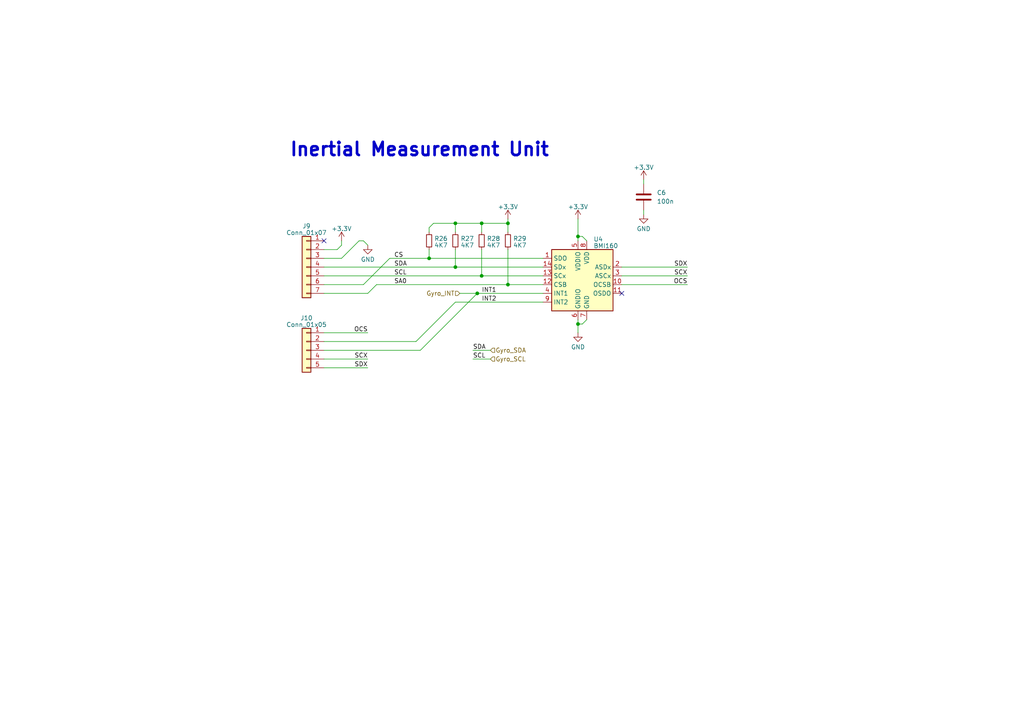
<source format=kicad_sch>
(kicad_sch (version 20230121) (generator eeschema)

  (uuid b16410e6-6140-4aa5-a737-9183b5b10903)

  (paper "A4")

  (lib_symbols
    (symbol "Connector_Generic:Conn_01x05" (pin_names (offset 1.016) hide) (in_bom yes) (on_board yes)
      (property "Reference" "J" (at 0 7.62 0)
        (effects (font (size 1.27 1.27)))
      )
      (property "Value" "Conn_01x05" (at 0 -7.62 0)
        (effects (font (size 1.27 1.27)))
      )
      (property "Footprint" "" (at 0 0 0)
        (effects (font (size 1.27 1.27)) hide)
      )
      (property "Datasheet" "~" (at 0 0 0)
        (effects (font (size 1.27 1.27)) hide)
      )
      (property "ki_keywords" "connector" (at 0 0 0)
        (effects (font (size 1.27 1.27)) hide)
      )
      (property "ki_description" "Generic connector, single row, 01x05, script generated (kicad-library-utils/schlib/autogen/connector/)" (at 0 0 0)
        (effects (font (size 1.27 1.27)) hide)
      )
      (property "ki_fp_filters" "Connector*:*_1x??_*" (at 0 0 0)
        (effects (font (size 1.27 1.27)) hide)
      )
      (symbol "Conn_01x05_1_1"
        (rectangle (start -1.27 -4.953) (end 0 -5.207)
          (stroke (width 0.1524) (type default))
          (fill (type none))
        )
        (rectangle (start -1.27 -2.413) (end 0 -2.667)
          (stroke (width 0.1524) (type default))
          (fill (type none))
        )
        (rectangle (start -1.27 0.127) (end 0 -0.127)
          (stroke (width 0.1524) (type default))
          (fill (type none))
        )
        (rectangle (start -1.27 2.667) (end 0 2.413)
          (stroke (width 0.1524) (type default))
          (fill (type none))
        )
        (rectangle (start -1.27 5.207) (end 0 4.953)
          (stroke (width 0.1524) (type default))
          (fill (type none))
        )
        (rectangle (start -1.27 6.35) (end 1.27 -6.35)
          (stroke (width 0.254) (type default))
          (fill (type background))
        )
        (pin passive line (at -5.08 5.08 0) (length 3.81)
          (name "Pin_1" (effects (font (size 1.27 1.27))))
          (number "1" (effects (font (size 1.27 1.27))))
        )
        (pin passive line (at -5.08 2.54 0) (length 3.81)
          (name "Pin_2" (effects (font (size 1.27 1.27))))
          (number "2" (effects (font (size 1.27 1.27))))
        )
        (pin passive line (at -5.08 0 0) (length 3.81)
          (name "Pin_3" (effects (font (size 1.27 1.27))))
          (number "3" (effects (font (size 1.27 1.27))))
        )
        (pin passive line (at -5.08 -2.54 0) (length 3.81)
          (name "Pin_4" (effects (font (size 1.27 1.27))))
          (number "4" (effects (font (size 1.27 1.27))))
        )
        (pin passive line (at -5.08 -5.08 0) (length 3.81)
          (name "Pin_5" (effects (font (size 1.27 1.27))))
          (number "5" (effects (font (size 1.27 1.27))))
        )
      )
    )
    (symbol "Connector_Generic:Conn_01x07" (pin_names (offset 1.016) hide) (in_bom yes) (on_board yes)
      (property "Reference" "J" (at 0 10.16 0)
        (effects (font (size 1.27 1.27)))
      )
      (property "Value" "Conn_01x07" (at 0 -10.16 0)
        (effects (font (size 1.27 1.27)))
      )
      (property "Footprint" "" (at 0 0 0)
        (effects (font (size 1.27 1.27)) hide)
      )
      (property "Datasheet" "~" (at 0 0 0)
        (effects (font (size 1.27 1.27)) hide)
      )
      (property "ki_keywords" "connector" (at 0 0 0)
        (effects (font (size 1.27 1.27)) hide)
      )
      (property "ki_description" "Generic connector, single row, 01x07, script generated (kicad-library-utils/schlib/autogen/connector/)" (at 0 0 0)
        (effects (font (size 1.27 1.27)) hide)
      )
      (property "ki_fp_filters" "Connector*:*_1x??_*" (at 0 0 0)
        (effects (font (size 1.27 1.27)) hide)
      )
      (symbol "Conn_01x07_1_1"
        (rectangle (start -1.27 -7.493) (end 0 -7.747)
          (stroke (width 0.1524) (type default))
          (fill (type none))
        )
        (rectangle (start -1.27 -4.953) (end 0 -5.207)
          (stroke (width 0.1524) (type default))
          (fill (type none))
        )
        (rectangle (start -1.27 -2.413) (end 0 -2.667)
          (stroke (width 0.1524) (type default))
          (fill (type none))
        )
        (rectangle (start -1.27 0.127) (end 0 -0.127)
          (stroke (width 0.1524) (type default))
          (fill (type none))
        )
        (rectangle (start -1.27 2.667) (end 0 2.413)
          (stroke (width 0.1524) (type default))
          (fill (type none))
        )
        (rectangle (start -1.27 5.207) (end 0 4.953)
          (stroke (width 0.1524) (type default))
          (fill (type none))
        )
        (rectangle (start -1.27 7.747) (end 0 7.493)
          (stroke (width 0.1524) (type default))
          (fill (type none))
        )
        (rectangle (start -1.27 8.89) (end 1.27 -8.89)
          (stroke (width 0.254) (type default))
          (fill (type background))
        )
        (pin passive line (at -5.08 7.62 0) (length 3.81)
          (name "Pin_1" (effects (font (size 1.27 1.27))))
          (number "1" (effects (font (size 1.27 1.27))))
        )
        (pin passive line (at -5.08 5.08 0) (length 3.81)
          (name "Pin_2" (effects (font (size 1.27 1.27))))
          (number "2" (effects (font (size 1.27 1.27))))
        )
        (pin passive line (at -5.08 2.54 0) (length 3.81)
          (name "Pin_3" (effects (font (size 1.27 1.27))))
          (number "3" (effects (font (size 1.27 1.27))))
        )
        (pin passive line (at -5.08 0 0) (length 3.81)
          (name "Pin_4" (effects (font (size 1.27 1.27))))
          (number "4" (effects (font (size 1.27 1.27))))
        )
        (pin passive line (at -5.08 -2.54 0) (length 3.81)
          (name "Pin_5" (effects (font (size 1.27 1.27))))
          (number "5" (effects (font (size 1.27 1.27))))
        )
        (pin passive line (at -5.08 -5.08 0) (length 3.81)
          (name "Pin_6" (effects (font (size 1.27 1.27))))
          (number "6" (effects (font (size 1.27 1.27))))
        )
        (pin passive line (at -5.08 -7.62 0) (length 3.81)
          (name "Pin_7" (effects (font (size 1.27 1.27))))
          (number "7" (effects (font (size 1.27 1.27))))
        )
      )
    )
    (symbol "Device:C" (pin_numbers hide) (pin_names (offset 0.254)) (in_bom yes) (on_board yes)
      (property "Reference" "C" (at 0.635 2.54 0)
        (effects (font (size 1.27 1.27)) (justify left))
      )
      (property "Value" "C" (at 0.635 -2.54 0)
        (effects (font (size 1.27 1.27)) (justify left))
      )
      (property "Footprint" "" (at 0.9652 -3.81 0)
        (effects (font (size 1.27 1.27)) hide)
      )
      (property "Datasheet" "~" (at 0 0 0)
        (effects (font (size 1.27 1.27)) hide)
      )
      (property "ki_keywords" "cap capacitor" (at 0 0 0)
        (effects (font (size 1.27 1.27)) hide)
      )
      (property "ki_description" "Unpolarized capacitor" (at 0 0 0)
        (effects (font (size 1.27 1.27)) hide)
      )
      (property "ki_fp_filters" "C_*" (at 0 0 0)
        (effects (font (size 1.27 1.27)) hide)
      )
      (symbol "C_0_1"
        (polyline
          (pts
            (xy -2.032 -0.762)
            (xy 2.032 -0.762)
          )
          (stroke (width 0.508) (type default))
          (fill (type none))
        )
        (polyline
          (pts
            (xy -2.032 0.762)
            (xy 2.032 0.762)
          )
          (stroke (width 0.508) (type default))
          (fill (type none))
        )
      )
      (symbol "C_1_1"
        (pin passive line (at 0 3.81 270) (length 2.794)
          (name "~" (effects (font (size 1.27 1.27))))
          (number "1" (effects (font (size 1.27 1.27))))
        )
        (pin passive line (at 0 -3.81 90) (length 2.794)
          (name "~" (effects (font (size 1.27 1.27))))
          (number "2" (effects (font (size 1.27 1.27))))
        )
      )
    )
    (symbol "Device:R_Small" (pin_numbers hide) (pin_names (offset 0.254) hide) (in_bom yes) (on_board yes)
      (property "Reference" "R" (at 0.762 0.508 0)
        (effects (font (size 1.27 1.27)) (justify left))
      )
      (property "Value" "R_Small" (at 0.762 -1.016 0)
        (effects (font (size 1.27 1.27)) (justify left))
      )
      (property "Footprint" "" (at 0 0 0)
        (effects (font (size 1.27 1.27)) hide)
      )
      (property "Datasheet" "~" (at 0 0 0)
        (effects (font (size 1.27 1.27)) hide)
      )
      (property "ki_keywords" "R resistor" (at 0 0 0)
        (effects (font (size 1.27 1.27)) hide)
      )
      (property "ki_description" "Resistor, small symbol" (at 0 0 0)
        (effects (font (size 1.27 1.27)) hide)
      )
      (property "ki_fp_filters" "R_*" (at 0 0 0)
        (effects (font (size 1.27 1.27)) hide)
      )
      (symbol "R_Small_0_1"
        (rectangle (start -0.762 1.778) (end 0.762 -1.778)
          (stroke (width 0.2032) (type default))
          (fill (type none))
        )
      )
      (symbol "R_Small_1_1"
        (pin passive line (at 0 2.54 270) (length 0.762)
          (name "~" (effects (font (size 1.27 1.27))))
          (number "1" (effects (font (size 1.27 1.27))))
        )
        (pin passive line (at 0 -2.54 90) (length 0.762)
          (name "~" (effects (font (size 1.27 1.27))))
          (number "2" (effects (font (size 1.27 1.27))))
        )
      )
    )
    (symbol "Sensor_Motion:BMI160" (in_bom yes) (on_board yes)
      (property "Reference" "U" (at -10.16 8.89 0)
        (effects (font (size 1.27 1.27)) (justify left))
      )
      (property "Value" "BMI160" (at 7.62 8.89 0)
        (effects (font (size 1.27 1.27)) (justify right))
      )
      (property "Footprint" "Package_LGA:Bosch_LGA-14_3x2.5mm_P0.5mm" (at 0 0 0)
        (effects (font (size 1.27 1.27)) hide)
      )
      (property "Datasheet" "https://www.bosch-sensortec.com/media/boschsensortec/downloads/datasheets/bst-bmi160-ds000.pdf" (at -17.78 21.59 0)
        (effects (font (size 1.27 1.27)) hide)
      )
      (property "ki_keywords" "Bosh IMU small low power inertial measurement unit" (at 0 0 0)
        (effects (font (size 1.27 1.27)) hide)
      )
      (property "ki_description" "Small, low power inertial measurement unit, LGA-14" (at 0 0 0)
        (effects (font (size 1.27 1.27)) hide)
      )
      (property "ki_fp_filters" "Bosch*LGA*3x2.5mm*P0.5mm*" (at 0 0 0)
        (effects (font (size 1.27 1.27)) hide)
      )
      (symbol "BMI160_1_1"
        (rectangle (start -10.16 7.62) (end 7.62 -10.16)
          (stroke (width 0.254) (type default))
          (fill (type background))
        )
        (pin bidirectional line (at -12.7 5.08 0) (length 2.54)
          (name "SDO" (effects (font (size 1.27 1.27))))
          (number "1" (effects (font (size 1.27 1.27))))
        )
        (pin bidirectional line (at 10.16 -2.54 180) (length 2.54)
          (name "OCSB" (effects (font (size 1.27 1.27))))
          (number "10" (effects (font (size 1.27 1.27))))
        )
        (pin bidirectional line (at 10.16 -5.08 180) (length 2.54)
          (name "OSDO" (effects (font (size 1.27 1.27))))
          (number "11" (effects (font (size 1.27 1.27))))
        )
        (pin input line (at -12.7 -2.54 0) (length 2.54)
          (name "CSB" (effects (font (size 1.27 1.27))))
          (number "12" (effects (font (size 1.27 1.27))))
        )
        (pin input line (at -12.7 0 0) (length 2.54)
          (name "SCx" (effects (font (size 1.27 1.27))))
          (number "13" (effects (font (size 1.27 1.27))))
        )
        (pin bidirectional line (at -12.7 2.54 0) (length 2.54)
          (name "SDx" (effects (font (size 1.27 1.27))))
          (number "14" (effects (font (size 1.27 1.27))))
        )
        (pin bidirectional line (at 10.16 2.54 180) (length 2.54)
          (name "ASDx" (effects (font (size 1.27 1.27))))
          (number "2" (effects (font (size 1.27 1.27))))
        )
        (pin output line (at 10.16 0 180) (length 2.54)
          (name "ASCx" (effects (font (size 1.27 1.27))))
          (number "3" (effects (font (size 1.27 1.27))))
        )
        (pin bidirectional line (at -12.7 -5.08 0) (length 2.54)
          (name "INT1" (effects (font (size 1.27 1.27))))
          (number "4" (effects (font (size 1.27 1.27))))
        )
        (pin power_in line (at -2.54 10.16 270) (length 2.54)
          (name "VDDIO" (effects (font (size 1.27 1.27))))
          (number "5" (effects (font (size 1.27 1.27))))
        )
        (pin power_in line (at -2.54 -12.7 90) (length 2.54)
          (name "GNDIO" (effects (font (size 1.27 1.27))))
          (number "6" (effects (font (size 1.27 1.27))))
        )
        (pin power_in line (at 0 -12.7 90) (length 2.54)
          (name "GND" (effects (font (size 1.27 1.27))))
          (number "7" (effects (font (size 1.27 1.27))))
        )
        (pin power_in line (at 0 10.16 270) (length 2.54)
          (name "VDD" (effects (font (size 1.27 1.27))))
          (number "8" (effects (font (size 1.27 1.27))))
        )
        (pin bidirectional line (at -12.7 -7.62 0) (length 2.54)
          (name "INT2" (effects (font (size 1.27 1.27))))
          (number "9" (effects (font (size 1.27 1.27))))
        )
      )
    )
    (symbol "power:+3.3V" (power) (pin_names (offset 0)) (in_bom yes) (on_board yes)
      (property "Reference" "#PWR" (at 0 -3.81 0)
        (effects (font (size 1.27 1.27)) hide)
      )
      (property "Value" "+3.3V" (at 0 3.556 0)
        (effects (font (size 1.27 1.27)))
      )
      (property "Footprint" "" (at 0 0 0)
        (effects (font (size 1.27 1.27)) hide)
      )
      (property "Datasheet" "" (at 0 0 0)
        (effects (font (size 1.27 1.27)) hide)
      )
      (property "ki_keywords" "global power" (at 0 0 0)
        (effects (font (size 1.27 1.27)) hide)
      )
      (property "ki_description" "Power symbol creates a global label with name \"+3.3V\"" (at 0 0 0)
        (effects (font (size 1.27 1.27)) hide)
      )
      (symbol "+3.3V_0_1"
        (polyline
          (pts
            (xy -0.762 1.27)
            (xy 0 2.54)
          )
          (stroke (width 0) (type default))
          (fill (type none))
        )
        (polyline
          (pts
            (xy 0 0)
            (xy 0 2.54)
          )
          (stroke (width 0) (type default))
          (fill (type none))
        )
        (polyline
          (pts
            (xy 0 2.54)
            (xy 0.762 1.27)
          )
          (stroke (width 0) (type default))
          (fill (type none))
        )
      )
      (symbol "+3.3V_1_1"
        (pin power_in line (at 0 0 90) (length 0) hide
          (name "+3.3V" (effects (font (size 1.27 1.27))))
          (number "1" (effects (font (size 1.27 1.27))))
        )
      )
    )
    (symbol "power:GND" (power) (pin_names (offset 0)) (in_bom yes) (on_board yes)
      (property "Reference" "#PWR" (at 0 -6.35 0)
        (effects (font (size 1.27 1.27)) hide)
      )
      (property "Value" "GND" (at 0 -3.81 0)
        (effects (font (size 1.27 1.27)))
      )
      (property "Footprint" "" (at 0 0 0)
        (effects (font (size 1.27 1.27)) hide)
      )
      (property "Datasheet" "" (at 0 0 0)
        (effects (font (size 1.27 1.27)) hide)
      )
      (property "ki_keywords" "global power" (at 0 0 0)
        (effects (font (size 1.27 1.27)) hide)
      )
      (property "ki_description" "Power symbol creates a global label with name \"GND\" , ground" (at 0 0 0)
        (effects (font (size 1.27 1.27)) hide)
      )
      (symbol "GND_0_1"
        (polyline
          (pts
            (xy 0 0)
            (xy 0 -1.27)
            (xy 1.27 -1.27)
            (xy 0 -2.54)
            (xy -1.27 -1.27)
            (xy 0 -1.27)
          )
          (stroke (width 0) (type default))
          (fill (type none))
        )
      )
      (symbol "GND_1_1"
        (pin power_in line (at 0 0 270) (length 0) hide
          (name "GND" (effects (font (size 1.27 1.27))))
          (number "1" (effects (font (size 1.27 1.27))))
        )
      )
    )
  )

  (junction (at 124.46 74.93) (diameter 0) (color 0 0 0 0)
    (uuid 2650b00e-98f9-4bd9-ac6a-5f55bbf9b1aa)
  )
  (junction (at 139.7 64.77) (diameter 0) (color 0 0 0 0)
    (uuid 3555e66c-97e4-4662-9592-cd7ba5d3ef8c)
  )
  (junction (at 167.64 93.98) (diameter 0) (color 0 0 0 0)
    (uuid 415ac9d7-2bb1-4c01-9b0b-bc610ae4a988)
  )
  (junction (at 138.43 85.09) (diameter 0) (color 0 0 0 0)
    (uuid 45d78586-c0d1-4f6b-a320-41a0f4765a3e)
  )
  (junction (at 167.64 68.58) (diameter 0) (color 0 0 0 0)
    (uuid 53534d7c-0b25-4b51-b933-a717af678673)
  )
  (junction (at 132.08 64.77) (diameter 0) (color 0 0 0 0)
    (uuid 69d34e1a-6a6d-409e-afe5-71c21ca8578c)
  )
  (junction (at 139.7 80.01) (diameter 0) (color 0 0 0 0)
    (uuid 80384f20-47e9-44b2-9e6d-52be631c2691)
  )
  (junction (at 132.08 77.47) (diameter 0) (color 0 0 0 0)
    (uuid 80a9b743-cdd7-4f4d-ace0-f14aa4e2c72f)
  )
  (junction (at 147.32 64.77) (diameter 0) (color 0 0 0 0)
    (uuid 90a4de20-24ed-473a-a85e-f1e077fe20ea)
  )
  (junction (at 147.32 82.55) (diameter 0) (color 0 0 0 0)
    (uuid c4d1619b-2e22-48c0-bea8-88b388b7802b)
  )

  (no_connect (at 93.98 69.85) (uuid ab91608b-b088-4b21-9f73-7bb965a43139))
  (no_connect (at 180.34 85.09) (uuid df98a4b6-01f4-4db7-a308-2bd9f0edc9b2))

  (wire (pts (xy 132.08 72.39) (xy 132.08 77.47))
    (stroke (width 0) (type default))
    (uuid 01c54d08-037c-440e-9f6c-304687f64e50)
  )
  (wire (pts (xy 93.98 82.55) (xy 105.41 82.55))
    (stroke (width 0) (type default))
    (uuid 04052bce-b841-46df-b603-08fa1794ace0)
  )
  (wire (pts (xy 124.46 66.04) (xy 125.73 64.77))
    (stroke (width 0) (type default))
    (uuid 0617b503-259a-4aea-a623-62c9ca9bf01c)
  )
  (wire (pts (xy 137.16 101.6) (xy 142.24 101.6))
    (stroke (width 0) (type default))
    (uuid 090a6d94-fbfa-4abc-9f09-c8076cd6a1eb)
  )
  (wire (pts (xy 170.18 92.71) (xy 168.91 93.98))
    (stroke (width 0) (type default))
    (uuid 09bff836-39fd-4f93-8f16-712ae78d3291)
  )
  (wire (pts (xy 93.98 101.6) (xy 121.92 101.6))
    (stroke (width 0) (type default))
    (uuid 0b6cefa7-2594-4bd7-8675-77ac148fb49e)
  )
  (wire (pts (xy 93.98 104.14) (xy 106.68 104.14))
    (stroke (width 0) (type default))
    (uuid 0c4c3686-669f-479d-9189-ad1e395aab2e)
  )
  (wire (pts (xy 139.7 64.77) (xy 139.7 67.31))
    (stroke (width 0) (type default))
    (uuid 0f8c50f1-5065-411e-b871-c3c542e99ec3)
  )
  (wire (pts (xy 167.64 68.58) (xy 168.91 68.58))
    (stroke (width 0) (type default))
    (uuid 276f7442-4675-45a0-97d9-4f870f95ed0d)
  )
  (wire (pts (xy 132.08 77.47) (xy 157.48 77.47))
    (stroke (width 0) (type default))
    (uuid 33ca9797-28f1-446f-b8ee-b9f54699d2f6)
  )
  (wire (pts (xy 125.73 64.77) (xy 132.08 64.77))
    (stroke (width 0) (type default))
    (uuid 3440e8ed-f7c5-4cac-8861-d3b93a659270)
  )
  (wire (pts (xy 180.34 80.01) (xy 199.39 80.01))
    (stroke (width 0) (type default))
    (uuid 3acdc2d6-23c9-44a6-80f6-5ac5bc17e511)
  )
  (wire (pts (xy 167.64 92.71) (xy 167.64 93.98))
    (stroke (width 0) (type default))
    (uuid 3beb33bb-b9fa-4f61-a6de-8c7bad1f22e2)
  )
  (wire (pts (xy 132.08 87.63) (xy 120.65 99.06))
    (stroke (width 0) (type default))
    (uuid 3c1677f1-a77a-43ac-9cef-e998c863b818)
  )
  (wire (pts (xy 113.03 74.93) (xy 105.41 82.55))
    (stroke (width 0) (type default))
    (uuid 413d176c-d468-4855-9253-c8f387b67947)
  )
  (wire (pts (xy 137.16 104.14) (xy 142.24 104.14))
    (stroke (width 0) (type default))
    (uuid 429f0379-6a67-40cf-8e9f-32d0dfdb4686)
  )
  (wire (pts (xy 138.43 85.09) (xy 157.48 85.09))
    (stroke (width 0) (type default))
    (uuid 4d65d5e8-4536-4293-a39f-2b0e9d9d0f01)
  )
  (wire (pts (xy 124.46 74.93) (xy 157.48 74.93))
    (stroke (width 0) (type default))
    (uuid 5146b167-7ed1-4352-8cd0-db5bcb511f66)
  )
  (wire (pts (xy 106.68 71.12) (xy 105.41 69.85))
    (stroke (width 0) (type default))
    (uuid 58435cfc-147e-4db3-a510-635fd1104fa5)
  )
  (wire (pts (xy 132.08 87.63) (xy 157.48 87.63))
    (stroke (width 0) (type default))
    (uuid 5e94959a-2d25-43c7-8fe9-e2c2c6704a28)
  )
  (wire (pts (xy 167.64 63.5) (xy 167.64 68.58))
    (stroke (width 0) (type default))
    (uuid 661605bc-bbe7-4e06-af5e-464dc3ceeb5d)
  )
  (wire (pts (xy 186.69 60.96) (xy 186.69 62.23))
    (stroke (width 0) (type default))
    (uuid 6a243c42-7f79-43d3-99f9-959478d666f9)
  )
  (wire (pts (xy 104.14 69.85) (xy 99.06 74.93))
    (stroke (width 0) (type default))
    (uuid 6cd1e76a-3b5f-4a2d-ae57-14b56c6555e2)
  )
  (wire (pts (xy 180.34 82.55) (xy 199.39 82.55))
    (stroke (width 0) (type default))
    (uuid 70e92314-c491-42aa-a881-e3091faf536f)
  )
  (wire (pts (xy 99.06 69.85) (xy 99.06 71.12))
    (stroke (width 0) (type default))
    (uuid 71cac391-6687-4dd0-aa56-47e981c0dec8)
  )
  (wire (pts (xy 167.64 93.98) (xy 167.64 96.52))
    (stroke (width 0) (type default))
    (uuid 7276fbd0-d713-43e2-9393-b30b3f553ba7)
  )
  (wire (pts (xy 167.64 93.98) (xy 168.91 93.98))
    (stroke (width 0) (type default))
    (uuid 727eca81-f9d4-429d-9d74-502874e9fd85)
  )
  (wire (pts (xy 133.35 85.09) (xy 138.43 85.09))
    (stroke (width 0) (type default))
    (uuid 7fad3c69-9cd3-4671-a721-f956f4e836b9)
  )
  (wire (pts (xy 113.03 74.93) (xy 124.46 74.93))
    (stroke (width 0) (type default))
    (uuid 83351454-32b3-4b1f-8b2e-78fe05236627)
  )
  (wire (pts (xy 147.32 63.5) (xy 147.32 64.77))
    (stroke (width 0) (type default))
    (uuid 924978e4-a222-432d-ad03-d59b8f112c93)
  )
  (wire (pts (xy 167.64 68.58) (xy 167.64 69.85))
    (stroke (width 0) (type default))
    (uuid 9601e750-fd11-414c-b940-5583a2a499ab)
  )
  (wire (pts (xy 93.98 85.09) (xy 106.68 85.09))
    (stroke (width 0) (type default))
    (uuid 9b7a3233-a5a2-4a8f-b27b-689915bb5911)
  )
  (wire (pts (xy 124.46 67.31) (xy 124.46 66.04))
    (stroke (width 0) (type default))
    (uuid 9c9578c4-8489-47f0-9986-f4bb0684f2e1)
  )
  (wire (pts (xy 139.7 64.77) (xy 147.32 64.77))
    (stroke (width 0) (type default))
    (uuid a53eed90-a3f9-4043-8e1d-b1a1f451a7f7)
  )
  (wire (pts (xy 93.98 72.39) (xy 97.79 72.39))
    (stroke (width 0) (type default))
    (uuid a76055c2-3db9-4693-b23a-04296d23fee8)
  )
  (wire (pts (xy 147.32 82.55) (xy 157.48 82.55))
    (stroke (width 0) (type default))
    (uuid a938f037-2796-400c-afa5-eec4773a58be)
  )
  (wire (pts (xy 124.46 72.39) (xy 124.46 74.93))
    (stroke (width 0) (type default))
    (uuid b2070d20-9360-481f-a49a-0ee97af5d815)
  )
  (wire (pts (xy 93.98 96.52) (xy 106.68 96.52))
    (stroke (width 0) (type default))
    (uuid b4e33011-b05f-442e-8e36-a73337ff7ced)
  )
  (wire (pts (xy 93.98 77.47) (xy 132.08 77.47))
    (stroke (width 0) (type default))
    (uuid bbca968f-a6cb-4378-a8eb-0c7d39a194f0)
  )
  (wire (pts (xy 93.98 80.01) (xy 139.7 80.01))
    (stroke (width 0) (type default))
    (uuid c1ef3f0a-2d88-474d-9af5-e7adb95a05cc)
  )
  (wire (pts (xy 121.92 101.6) (xy 138.43 85.09))
    (stroke (width 0) (type default))
    (uuid c223cbf3-5232-45a4-8b58-eb979e634122)
  )
  (wire (pts (xy 147.32 64.77) (xy 147.32 67.31))
    (stroke (width 0) (type default))
    (uuid c396c5c8-622f-414b-9bb5-84940459c8ae)
  )
  (wire (pts (xy 93.98 99.06) (xy 120.65 99.06))
    (stroke (width 0) (type default))
    (uuid c907055c-c12d-42d7-a5b9-47a51621c784)
  )
  (wire (pts (xy 168.91 68.58) (xy 170.18 69.85))
    (stroke (width 0) (type default))
    (uuid d0b0df92-55a2-4b94-9864-97ee76ae1044)
  )
  (wire (pts (xy 93.98 106.68) (xy 106.68 106.68))
    (stroke (width 0) (type default))
    (uuid d9d32854-241b-468e-a6ad-1125aa6f69fd)
  )
  (wire (pts (xy 139.7 80.01) (xy 157.48 80.01))
    (stroke (width 0) (type default))
    (uuid de3c3eb2-b4e2-47a0-89f5-c1f7e025c472)
  )
  (wire (pts (xy 99.06 71.12) (xy 97.79 72.39))
    (stroke (width 0) (type default))
    (uuid e23cde11-aa72-4ccb-9225-65581b3a97e0)
  )
  (wire (pts (xy 132.08 64.77) (xy 139.7 64.77))
    (stroke (width 0) (type default))
    (uuid e3e95ef0-8507-4145-9c14-f48666c4614d)
  )
  (wire (pts (xy 93.98 74.93) (xy 99.06 74.93))
    (stroke (width 0) (type default))
    (uuid e81d1886-0720-4222-ac03-35d56644bbff)
  )
  (wire (pts (xy 109.22 82.55) (xy 147.32 82.55))
    (stroke (width 0) (type default))
    (uuid ead2e5a5-f39c-436b-855f-2b2c8d27ba62)
  )
  (wire (pts (xy 104.14 69.85) (xy 105.41 69.85))
    (stroke (width 0) (type default))
    (uuid f11ef1c4-863a-4d27-a5ad-40f1bffccdba)
  )
  (wire (pts (xy 180.34 77.47) (xy 199.39 77.47))
    (stroke (width 0) (type default))
    (uuid f4c2b1b3-b487-4389-ba0c-8483a93ff101)
  )
  (wire (pts (xy 186.69 52.07) (xy 186.69 53.34))
    (stroke (width 0) (type default))
    (uuid f4f9ffce-4d0b-40c6-9809-a69785119a2f)
  )
  (wire (pts (xy 147.32 72.39) (xy 147.32 82.55))
    (stroke (width 0) (type default))
    (uuid f655a210-85bb-4a09-a2b5-e4b4de195bfa)
  )
  (wire (pts (xy 109.22 82.55) (xy 106.68 85.09))
    (stroke (width 0) (type default))
    (uuid f6652445-2eb1-4ba5-86e5-d2d3f2c5c0ca)
  )
  (wire (pts (xy 139.7 72.39) (xy 139.7 80.01))
    (stroke (width 0) (type default))
    (uuid f85da21d-9e06-4810-ba22-b9fce965d9bb)
  )
  (wire (pts (xy 132.08 64.77) (xy 132.08 67.31))
    (stroke (width 0) (type default))
    (uuid f91661f1-286c-40e2-b24e-88f8db1077d8)
  )

  (text "Inertial Measurement Unit" (at 83.82 45.72 0)
    (effects (font (size 3.81 3.81) (thickness 0.762) bold) (justify left bottom))
    (uuid a0baa6e3-7eb5-4426-9c68-f2e61529845e)
  )

  (label "OCS" (at 199.39 82.55 180) (fields_autoplaced)
    (effects (font (size 1.27 1.27)) (justify right bottom))
    (uuid 0693a9ff-2949-4c04-a2d9-3fcee2dcc49a)
  )
  (label "SDA" (at 114.3 77.47 0) (fields_autoplaced)
    (effects (font (size 1.27 1.27)) (justify left bottom))
    (uuid 09b94b1f-aa2b-431b-9628-556f0a20eec8)
  )
  (label "SDX" (at 106.68 106.68 180) (fields_autoplaced)
    (effects (font (size 1.27 1.27)) (justify right bottom))
    (uuid 2c4b7788-1d2c-4a1a-8753-83310dc6166b)
  )
  (label "SDX" (at 199.39 77.47 180) (fields_autoplaced)
    (effects (font (size 1.27 1.27)) (justify right bottom))
    (uuid 32b9f364-6c17-413e-b353-629225c2643a)
  )
  (label "SCX" (at 199.39 80.01 180) (fields_autoplaced)
    (effects (font (size 1.27 1.27)) (justify right bottom))
    (uuid 4ad97709-a4b8-47c2-833d-fa6b1ce18ebc)
  )
  (label "INT1" (at 139.7 85.09 0) (fields_autoplaced)
    (effects (font (size 1.27 1.27)) (justify left bottom))
    (uuid 4f4d5852-b9ad-46aa-bc2d-4930f0581e3b)
  )
  (label "SCL" (at 114.3 80.01 0) (fields_autoplaced)
    (effects (font (size 1.27 1.27)) (justify left bottom))
    (uuid 5d7dc613-34a5-4e71-85fc-d2cf1c8cc63c)
  )
  (label "SA0" (at 114.3 82.55 0) (fields_autoplaced)
    (effects (font (size 1.27 1.27)) (justify left bottom))
    (uuid 6e002b60-90ed-484e-b3c5-9baea643c574)
  )
  (label "SCX" (at 106.68 104.14 180) (fields_autoplaced)
    (effects (font (size 1.27 1.27)) (justify right bottom))
    (uuid 7a061dcc-cdf8-4498-9553-54cbc1fec738)
  )
  (label "OCS" (at 106.68 96.52 180) (fields_autoplaced)
    (effects (font (size 1.27 1.27)) (justify right bottom))
    (uuid 8910cb8d-c940-4f02-8c46-f720d00727ad)
  )
  (label "CS" (at 114.3 74.93 0) (fields_autoplaced)
    (effects (font (size 1.27 1.27)) (justify left bottom))
    (uuid 909bce52-060a-4b32-af42-90a66cbd2615)
  )
  (label "SCL" (at 137.16 104.14 0) (fields_autoplaced)
    (effects (font (size 1.27 1.27)) (justify left bottom))
    (uuid 9b8ef5bd-5542-4757-9539-8e72ee83f22e)
  )
  (label "SDA" (at 137.16 101.6 0) (fields_autoplaced)
    (effects (font (size 1.27 1.27)) (justify left bottom))
    (uuid c06d3f00-cc16-4f33-acd8-e381fd3efb87)
  )
  (label "INT2" (at 139.7 87.63 0) (fields_autoplaced)
    (effects (font (size 1.27 1.27)) (justify left bottom))
    (uuid d334a5f9-8dfa-4a2d-b1dd-c550e7cdb9d0)
  )

  (hierarchical_label "Gyro_SCL" (shape input) (at 142.24 104.14 0) (fields_autoplaced)
    (effects (font (size 1.27 1.27)) (justify left))
    (uuid 327a1ce7-2453-4215-951e-fb595f72e261)
  )
  (hierarchical_label "Gyro_INT" (shape input) (at 133.35 85.09 180) (fields_autoplaced)
    (effects (font (size 1.27 1.27)) (justify right))
    (uuid 8316f6c6-469d-4796-9195-694801d4e9ee)
  )
  (hierarchical_label "Gyro_SDA" (shape input) (at 142.24 101.6 0) (fields_autoplaced)
    (effects (font (size 1.27 1.27)) (justify left))
    (uuid 9b14891a-41ac-4fca-ab1b-61b9b61ab639)
  )

  (symbol (lib_id "power:GND") (at 167.64 96.52 0) (unit 1)
    (in_bom yes) (on_board yes) (dnp no) (fields_autoplaced)
    (uuid 1aafc1df-1e30-4f42-b2db-a2ba5cda6f36)
    (property "Reference" "#PWR066" (at 167.64 102.87 0)
      (effects (font (size 1.27 1.27)) hide)
    )
    (property "Value" "GND" (at 167.64 100.6555 0)
      (effects (font (size 1.27 1.27)))
    )
    (property "Footprint" "" (at 167.64 96.52 0)
      (effects (font (size 1.27 1.27)) hide)
    )
    (property "Datasheet" "" (at 167.64 96.52 0)
      (effects (font (size 1.27 1.27)) hide)
    )
    (pin "1" (uuid 90464fd9-9d08-47f3-8815-fccb61289e8c))
    (instances
      (project "STM32 Talnet console"
        (path "/9ebe471c-c3c5-4ed7-9df0-e7754bfdcb98/3fb57a3d-26ae-4bae-bbda-3567a42f99e3"
          (reference "#PWR066") (unit 1)
        )
      )
    )
  )

  (symbol (lib_id "power:+3.3V") (at 186.69 52.07 0) (unit 1)
    (in_bom yes) (on_board yes) (dnp no) (fields_autoplaced)
    (uuid 264e74f8-62d8-4acc-86e5-3fff49333477)
    (property "Reference" "#PWR067" (at 186.69 55.88 0)
      (effects (font (size 1.27 1.27)) hide)
    )
    (property "Value" "+3.3V" (at 186.69 48.5681 0)
      (effects (font (size 1.27 1.27)))
    )
    (property "Footprint" "" (at 186.69 52.07 0)
      (effects (font (size 1.27 1.27)) hide)
    )
    (property "Datasheet" "" (at 186.69 52.07 0)
      (effects (font (size 1.27 1.27)) hide)
    )
    (pin "1" (uuid f0b2e45a-ee11-4b3a-b237-b51a9180fba0))
    (instances
      (project "STM32 Talnet console"
        (path "/9ebe471c-c3c5-4ed7-9df0-e7754bfdcb98/3fb57a3d-26ae-4bae-bbda-3567a42f99e3"
          (reference "#PWR067") (unit 1)
        )
      )
    )
  )

  (symbol (lib_id "power:+3.3V") (at 167.64 63.5 0) (unit 1)
    (in_bom yes) (on_board yes) (dnp no) (fields_autoplaced)
    (uuid 2bded307-671c-4d2f-b5fa-ba77087de832)
    (property "Reference" "#PWR065" (at 167.64 67.31 0)
      (effects (font (size 1.27 1.27)) hide)
    )
    (property "Value" "+3.3V" (at 167.64 59.9981 0)
      (effects (font (size 1.27 1.27)))
    )
    (property "Footprint" "" (at 167.64 63.5 0)
      (effects (font (size 1.27 1.27)) hide)
    )
    (property "Datasheet" "" (at 167.64 63.5 0)
      (effects (font (size 1.27 1.27)) hide)
    )
    (pin "1" (uuid ab41ef5c-49e9-4171-9f72-1901929d5e65))
    (instances
      (project "STM32 Talnet console"
        (path "/9ebe471c-c3c5-4ed7-9df0-e7754bfdcb98/3fb57a3d-26ae-4bae-bbda-3567a42f99e3"
          (reference "#PWR065") (unit 1)
        )
      )
    )
  )

  (symbol (lib_id "power:+3.3V") (at 99.06 69.85 0) (unit 1)
    (in_bom yes) (on_board yes) (dnp no) (fields_autoplaced)
    (uuid 3c7c8072-1b56-4375-8b79-180aea24ee9f)
    (property "Reference" "#PWR062" (at 99.06 73.66 0)
      (effects (font (size 1.27 1.27)) hide)
    )
    (property "Value" "+3.3V" (at 99.06 66.3481 0)
      (effects (font (size 1.27 1.27)))
    )
    (property "Footprint" "" (at 99.06 69.85 0)
      (effects (font (size 1.27 1.27)) hide)
    )
    (property "Datasheet" "" (at 99.06 69.85 0)
      (effects (font (size 1.27 1.27)) hide)
    )
    (pin "1" (uuid 34b5a631-433e-4b6c-8e05-d84892a21731))
    (instances
      (project "STM32 Talnet console"
        (path "/9ebe471c-c3c5-4ed7-9df0-e7754bfdcb98/3fb57a3d-26ae-4bae-bbda-3567a42f99e3"
          (reference "#PWR062") (unit 1)
        )
      )
    )
  )

  (symbol (lib_id "power:GND") (at 106.68 71.12 0) (unit 1)
    (in_bom yes) (on_board yes) (dnp no) (fields_autoplaced)
    (uuid 6550b855-5963-4aac-8172-52840592c82a)
    (property "Reference" "#PWR063" (at 106.68 77.47 0)
      (effects (font (size 1.27 1.27)) hide)
    )
    (property "Value" "GND" (at 106.68 75.2555 0)
      (effects (font (size 1.27 1.27)))
    )
    (property "Footprint" "" (at 106.68 71.12 0)
      (effects (font (size 1.27 1.27)) hide)
    )
    (property "Datasheet" "" (at 106.68 71.12 0)
      (effects (font (size 1.27 1.27)) hide)
    )
    (pin "1" (uuid 9916dd2c-66e5-4e88-b7d0-a902f1bfa2f8))
    (instances
      (project "STM32 Talnet console"
        (path "/9ebe471c-c3c5-4ed7-9df0-e7754bfdcb98/3fb57a3d-26ae-4bae-bbda-3567a42f99e3"
          (reference "#PWR063") (unit 1)
        )
      )
    )
  )

  (symbol (lib_id "Device:R_Small") (at 139.7 69.85 0) (unit 1)
    (in_bom yes) (on_board yes) (dnp no) (fields_autoplaced)
    (uuid 7fdf168a-d70d-4617-a16b-1cefe838d4b6)
    (property "Reference" "R28" (at 141.1986 69.2063 0)
      (effects (font (size 1.27 1.27)) (justify left))
    )
    (property "Value" "4K7" (at 141.1986 71.1273 0)
      (effects (font (size 1.27 1.27)) (justify left))
    )
    (property "Footprint" "Resistor_SMD:R_0805_2012Metric_Pad1.20x1.40mm_HandSolder" (at 139.7 69.85 0)
      (effects (font (size 1.27 1.27)) hide)
    )
    (property "Datasheet" "~" (at 139.7 69.85 0)
      (effects (font (size 1.27 1.27)) hide)
    )
    (property "LCSC" "C2934173" (at 139.7 69.85 0)
      (effects (font (size 1.27 1.27)) hide)
    )
    (pin "1" (uuid 62922030-6e37-478d-bd66-fcda9ba49d69))
    (pin "2" (uuid 06b8de72-9a9f-4406-a228-a21a9156ed36))
    (instances
      (project "STM32 Talnet console"
        (path "/9ebe471c-c3c5-4ed7-9df0-e7754bfdcb98/3fb57a3d-26ae-4bae-bbda-3567a42f99e3"
          (reference "R28") (unit 1)
        )
      )
    )
  )

  (symbol (lib_id "Sensor_Motion:BMI160") (at 170.18 80.01 0) (unit 1)
    (in_bom yes) (on_board yes) (dnp no) (fields_autoplaced)
    (uuid 953019d9-9f13-46e0-9938-b2d9e9202039)
    (property "Reference" "U4" (at 172.1359 69.3801 0)
      (effects (font (size 1.27 1.27)) (justify left))
    )
    (property "Value" "BMI160" (at 172.1359 71.3011 0)
      (effects (font (size 1.27 1.27)) (justify left))
    )
    (property "Footprint" "Package_LGA:Bosch_LGA-14_3x2.5mm_P0.5mm" (at 170.18 80.01 0)
      (effects (font (size 1.27 1.27)) hide)
    )
    (property "Datasheet" "https://www.bosch-sensortec.com/media/boschsensortec/downloads/datasheets/bst-bmi160-ds000.pdf" (at 152.4 58.42 0)
      (effects (font (size 1.27 1.27)) hide)
    )
    (property "LCSC" "C94021" (at 170.18 80.01 0)
      (effects (font (size 1.27 1.27)) hide)
    )
    (pin "1" (uuid 9103fdb9-3736-4f92-8374-429a9049bfb5))
    (pin "10" (uuid 4fef2371-5292-4825-ba54-89315ab52254))
    (pin "11" (uuid 869fa4d1-beae-4456-b136-b419c92e3de3))
    (pin "12" (uuid cc8fae49-5cba-4ffb-bd59-cf9c4847c565))
    (pin "13" (uuid 41046e34-d03d-485d-a7dd-12d0af5bfc2d))
    (pin "14" (uuid ad2d8095-f0b8-4369-8319-b6a71b5a6875))
    (pin "2" (uuid e8135c52-75e6-4980-997e-aaa24ddc2071))
    (pin "3" (uuid ad372d61-4164-41c8-b6da-d86f7373da38))
    (pin "4" (uuid daec047a-8a19-4dc4-a067-836bd0fa53fc))
    (pin "5" (uuid 9fbcbea8-e632-448b-a0af-649b98cccdac))
    (pin "6" (uuid 76d69592-fb4e-40ce-86f5-30389d7659fd))
    (pin "7" (uuid 1a4321b8-a8e5-43e0-a07e-dd373054d1a2))
    (pin "8" (uuid d8ff3570-7d47-4799-a382-55fe88ac49bf))
    (pin "9" (uuid 90c4b898-7242-4920-b720-b66d6b6203ef))
    (instances
      (project "STM32 Talnet console"
        (path "/9ebe471c-c3c5-4ed7-9df0-e7754bfdcb98/3fb57a3d-26ae-4bae-bbda-3567a42f99e3"
          (reference "U4") (unit 1)
        )
      )
    )
  )

  (symbol (lib_id "Device:C") (at 186.69 57.15 0) (unit 1)
    (in_bom yes) (on_board yes) (dnp no) (fields_autoplaced)
    (uuid a486d6d8-e6ce-4936-84d0-efc87ea7e05c)
    (property "Reference" "C6" (at 190.5 55.8799 0)
      (effects (font (size 1.27 1.27)) (justify left))
    )
    (property "Value" "100n" (at 190.5 58.4199 0)
      (effects (font (size 1.27 1.27)) (justify left))
    )
    (property "Footprint" "Capacitor_SMD:C_0805_2012Metric_Pad1.18x1.45mm_HandSolder" (at 187.6552 60.96 0)
      (effects (font (size 1.27 1.27)) hide)
    )
    (property "Datasheet" "~" (at 186.69 57.15 0)
      (effects (font (size 1.27 1.27)) hide)
    )
    (property "LCSC" "C720961" (at 186.69 57.15 0)
      (effects (font (size 1.27 1.27)) hide)
    )
    (pin "1" (uuid 971f3ae3-9ff5-4799-b607-491c7f395cc1))
    (pin "2" (uuid 039aeae7-5b2c-4a0c-a2e0-2a35b025ad9d))
    (instances
      (project "STM32 Talnet console"
        (path "/9ebe471c-c3c5-4ed7-9df0-e7754bfdcb98"
          (reference "C6") (unit 1)
        )
        (path "/9ebe471c-c3c5-4ed7-9df0-e7754bfdcb98/3fb57a3d-26ae-4bae-bbda-3567a42f99e3"
          (reference "C22") (unit 1)
        )
      )
    )
  )

  (symbol (lib_id "Device:R_Small") (at 147.32 69.85 0) (unit 1)
    (in_bom yes) (on_board yes) (dnp no) (fields_autoplaced)
    (uuid ac48dafd-ecbf-4476-a025-e15f62250d78)
    (property "Reference" "R29" (at 148.8186 69.2063 0)
      (effects (font (size 1.27 1.27)) (justify left))
    )
    (property "Value" "4K7" (at 148.8186 71.1273 0)
      (effects (font (size 1.27 1.27)) (justify left))
    )
    (property "Footprint" "Resistor_SMD:R_0805_2012Metric_Pad1.20x1.40mm_HandSolder" (at 147.32 69.85 0)
      (effects (font (size 1.27 1.27)) hide)
    )
    (property "Datasheet" "~" (at 147.32 69.85 0)
      (effects (font (size 1.27 1.27)) hide)
    )
    (property "LCSC" "C2934173" (at 147.32 69.85 0)
      (effects (font (size 1.27 1.27)) hide)
    )
    (pin "1" (uuid 94112235-06c4-4d91-88b2-2685402decfb))
    (pin "2" (uuid d28c15d3-08d4-41a5-8fbd-128bfa37f0a7))
    (instances
      (project "STM32 Talnet console"
        (path "/9ebe471c-c3c5-4ed7-9df0-e7754bfdcb98/3fb57a3d-26ae-4bae-bbda-3567a42f99e3"
          (reference "R29") (unit 1)
        )
      )
    )
  )

  (symbol (lib_id "power:GND") (at 186.69 62.23 0) (unit 1)
    (in_bom yes) (on_board yes) (dnp no) (fields_autoplaced)
    (uuid af761887-2cbb-492f-a5c3-29460fed46af)
    (property "Reference" "#PWR068" (at 186.69 68.58 0)
      (effects (font (size 1.27 1.27)) hide)
    )
    (property "Value" "GND" (at 186.69 66.3655 0)
      (effects (font (size 1.27 1.27)))
    )
    (property "Footprint" "" (at 186.69 62.23 0)
      (effects (font (size 1.27 1.27)) hide)
    )
    (property "Datasheet" "" (at 186.69 62.23 0)
      (effects (font (size 1.27 1.27)) hide)
    )
    (pin "1" (uuid f8d8746d-4c4b-4202-8d3b-244453e70d95))
    (instances
      (project "STM32 Talnet console"
        (path "/9ebe471c-c3c5-4ed7-9df0-e7754bfdcb98/3fb57a3d-26ae-4bae-bbda-3567a42f99e3"
          (reference "#PWR068") (unit 1)
        )
      )
    )
  )

  (symbol (lib_id "power:+3.3V") (at 147.32 63.5 0) (unit 1)
    (in_bom yes) (on_board yes) (dnp no) (fields_autoplaced)
    (uuid b18e43b4-d53a-435c-8e6e-23f53f892b84)
    (property "Reference" "#PWR064" (at 147.32 67.31 0)
      (effects (font (size 1.27 1.27)) hide)
    )
    (property "Value" "+3.3V" (at 147.32 59.9981 0)
      (effects (font (size 1.27 1.27)))
    )
    (property "Footprint" "" (at 147.32 63.5 0)
      (effects (font (size 1.27 1.27)) hide)
    )
    (property "Datasheet" "" (at 147.32 63.5 0)
      (effects (font (size 1.27 1.27)) hide)
    )
    (pin "1" (uuid 3a9b0643-ae39-475a-bc31-93cff1ae7dcc))
    (instances
      (project "STM32 Talnet console"
        (path "/9ebe471c-c3c5-4ed7-9df0-e7754bfdcb98/3fb57a3d-26ae-4bae-bbda-3567a42f99e3"
          (reference "#PWR064") (unit 1)
        )
      )
    )
  )

  (symbol (lib_id "Device:R_Small") (at 132.08 69.85 0) (unit 1)
    (in_bom yes) (on_board yes) (dnp no) (fields_autoplaced)
    (uuid c355d244-479c-4cd8-9e1f-bac6f14f14da)
    (property "Reference" "R27" (at 133.5786 69.2063 0)
      (effects (font (size 1.27 1.27)) (justify left))
    )
    (property "Value" "4K7" (at 133.5786 71.1273 0)
      (effects (font (size 1.27 1.27)) (justify left))
    )
    (property "Footprint" "Resistor_SMD:R_0805_2012Metric_Pad1.20x1.40mm_HandSolder" (at 132.08 69.85 0)
      (effects (font (size 1.27 1.27)) hide)
    )
    (property "Datasheet" "~" (at 132.08 69.85 0)
      (effects (font (size 1.27 1.27)) hide)
    )
    (property "LCSC" "C2934173" (at 132.08 69.85 0)
      (effects (font (size 1.27 1.27)) hide)
    )
    (pin "1" (uuid 2bd73d12-b79f-4cda-bc8e-d67513ec77c2))
    (pin "2" (uuid 3334e31f-6da7-4307-8fad-f0c6f03e2f29))
    (instances
      (project "STM32 Talnet console"
        (path "/9ebe471c-c3c5-4ed7-9df0-e7754bfdcb98/3fb57a3d-26ae-4bae-bbda-3567a42f99e3"
          (reference "R27") (unit 1)
        )
      )
    )
  )

  (symbol (lib_id "Connector_Generic:Conn_01x05") (at 88.9 101.6 0) (mirror y) (unit 1)
    (in_bom yes) (on_board yes) (dnp no) (fields_autoplaced)
    (uuid de7ed54f-cec4-4b26-9b77-b9118adb336c)
    (property "Reference" "J10" (at 88.9 92.2401 0)
      (effects (font (size 1.27 1.27)))
    )
    (property "Value" "Conn_01x05" (at 88.9 94.1611 0)
      (effects (font (size 1.27 1.27)))
    )
    (property "Footprint" "Connector_PinHeader_2.54mm:PinHeader_1x05_P2.54mm_Vertical" (at 88.9 101.6 0)
      (effects (font (size 1.27 1.27)) hide)
    )
    (property "Datasheet" "~" (at 88.9 101.6 0)
      (effects (font (size 1.27 1.27)) hide)
    )
    (property "LCSC" "-" (at 88.9 101.6 0)
      (effects (font (size 1.27 1.27)) hide)
    )
    (pin "1" (uuid cb6a7628-6f7a-4e01-993f-7bc94d584941))
    (pin "2" (uuid 7def881f-0478-47ec-8604-c6ba20c183e1))
    (pin "3" (uuid 7f3271d6-fbbe-4deb-9caa-deb86ba490c2))
    (pin "4" (uuid 939001b8-0fd1-42d0-bcf6-65aa9d85e59d))
    (pin "5" (uuid 9f3b972f-b10c-49ce-98d4-af36db8e81b3))
    (instances
      (project "STM32 Talnet console"
        (path "/9ebe471c-c3c5-4ed7-9df0-e7754bfdcb98/3fb57a3d-26ae-4bae-bbda-3567a42f99e3"
          (reference "J10") (unit 1)
        )
      )
    )
  )

  (symbol (lib_id "Device:R_Small") (at 124.46 69.85 0) (unit 1)
    (in_bom yes) (on_board yes) (dnp no) (fields_autoplaced)
    (uuid ee5bbead-a930-4806-b0e6-f60cbe1f449a)
    (property "Reference" "R26" (at 125.9586 69.2063 0)
      (effects (font (size 1.27 1.27)) (justify left))
    )
    (property "Value" "4K7" (at 125.9586 71.1273 0)
      (effects (font (size 1.27 1.27)) (justify left))
    )
    (property "Footprint" "Resistor_SMD:R_0805_2012Metric_Pad1.20x1.40mm_HandSolder" (at 124.46 69.85 0)
      (effects (font (size 1.27 1.27)) hide)
    )
    (property "Datasheet" "~" (at 124.46 69.85 0)
      (effects (font (size 1.27 1.27)) hide)
    )
    (property "LCSC" "C2934173" (at 124.46 69.85 0)
      (effects (font (size 1.27 1.27)) hide)
    )
    (pin "1" (uuid 8544fdb8-8475-4228-b440-b2c3161bfa65))
    (pin "2" (uuid 0034484f-518c-46bb-88f7-72cef9864440))
    (instances
      (project "STM32 Talnet console"
        (path "/9ebe471c-c3c5-4ed7-9df0-e7754bfdcb98/3fb57a3d-26ae-4bae-bbda-3567a42f99e3"
          (reference "R26") (unit 1)
        )
      )
    )
  )

  (symbol (lib_id "Connector_Generic:Conn_01x07") (at 88.9 77.47 0) (mirror y) (unit 1)
    (in_bom yes) (on_board yes) (dnp no) (fields_autoplaced)
    (uuid fe5d2449-9159-4a37-bf29-5fa3b105574a)
    (property "Reference" "J9" (at 88.9 65.5701 0)
      (effects (font (size 1.27 1.27)))
    )
    (property "Value" "Conn_01x07" (at 88.9 67.4911 0)
      (effects (font (size 1.27 1.27)))
    )
    (property "Footprint" "Connector_PinHeader_2.54mm:PinHeader_1x07_P2.54mm_Vertical" (at 88.9 77.47 0)
      (effects (font (size 1.27 1.27)) hide)
    )
    (property "Datasheet" "~" (at 88.9 77.47 0)
      (effects (font (size 1.27 1.27)) hide)
    )
    (property "LCSC" "-" (at 88.9 77.47 0)
      (effects (font (size 1.27 1.27)) hide)
    )
    (pin "1" (uuid 7a16c334-474f-40b2-855c-cc582a80e205))
    (pin "2" (uuid c7c583e4-f785-4570-9649-083a10bdc523))
    (pin "3" (uuid f64c404c-467f-4d5c-a32f-8da9d377f0a1))
    (pin "4" (uuid c8f685f6-6716-40a5-82b2-a7114f8321e0))
    (pin "5" (uuid ce7935af-e358-4185-89ab-469be1eef9eb))
    (pin "6" (uuid 41691934-46ce-473f-a997-ee31547a08b8))
    (pin "7" (uuid 596fdb6e-8e71-447f-be16-1e64edd9cc93))
    (instances
      (project "STM32 Talnet console"
        (path "/9ebe471c-c3c5-4ed7-9df0-e7754bfdcb98/3fb57a3d-26ae-4bae-bbda-3567a42f99e3"
          (reference "J9") (unit 1)
        )
      )
    )
  )
)

</source>
